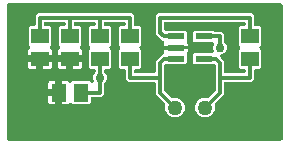
<source format=gbr>
G04 EAGLE Gerber RS-274X export*
G75*
%MOMM*%
%FSLAX34Y34*%
%LPD*%
%INTop Copper*%
%IPPOS*%
%AMOC8*
5,1,8,0,0,1.08239X$1,22.5*%
G01*
%ADD10R,1.500000X1.300000*%
%ADD11R,1.300000X1.500000*%
%ADD12C,1.270000*%
%ADD13R,1.473200X0.558800*%
%ADD14C,0.304800*%
%ADD15C,0.756400*%

G36*
X242142Y10164D02*
X242142Y10164D01*
X242168Y10162D01*
X242315Y10184D01*
X242462Y10201D01*
X242487Y10209D01*
X242513Y10213D01*
X242651Y10268D01*
X242790Y10318D01*
X242812Y10332D01*
X242837Y10342D01*
X242958Y10427D01*
X243083Y10507D01*
X243101Y10526D01*
X243123Y10541D01*
X243222Y10651D01*
X243325Y10758D01*
X243339Y10780D01*
X243356Y10800D01*
X243428Y10930D01*
X243504Y11057D01*
X243512Y11082D01*
X243525Y11105D01*
X243565Y11248D01*
X243610Y11389D01*
X243612Y11415D01*
X243620Y11440D01*
X243639Y11684D01*
X243639Y124716D01*
X243636Y124742D01*
X243638Y124768D01*
X243616Y124915D01*
X243599Y125062D01*
X243591Y125087D01*
X243587Y125113D01*
X243532Y125251D01*
X243482Y125390D01*
X243468Y125412D01*
X243458Y125437D01*
X243373Y125558D01*
X243293Y125683D01*
X243274Y125701D01*
X243259Y125723D01*
X243149Y125822D01*
X243042Y125925D01*
X243020Y125939D01*
X243000Y125956D01*
X242870Y126028D01*
X242743Y126104D01*
X242718Y126112D01*
X242695Y126125D01*
X242552Y126165D01*
X242411Y126210D01*
X242385Y126212D01*
X242360Y126220D01*
X242116Y126239D01*
X11684Y126239D01*
X11658Y126236D01*
X11632Y126238D01*
X11485Y126216D01*
X11338Y126199D01*
X11313Y126191D01*
X11287Y126187D01*
X11149Y126132D01*
X11010Y126082D01*
X10988Y126068D01*
X10963Y126058D01*
X10842Y125973D01*
X10717Y125893D01*
X10699Y125874D01*
X10677Y125859D01*
X10578Y125749D01*
X10475Y125642D01*
X10461Y125620D01*
X10444Y125600D01*
X10372Y125470D01*
X10296Y125343D01*
X10288Y125318D01*
X10275Y125295D01*
X10235Y125152D01*
X10190Y125011D01*
X10188Y124985D01*
X10180Y124960D01*
X10161Y124716D01*
X10161Y11684D01*
X10164Y11658D01*
X10162Y11632D01*
X10184Y11485D01*
X10201Y11338D01*
X10209Y11313D01*
X10213Y11287D01*
X10268Y11149D01*
X10318Y11010D01*
X10332Y10988D01*
X10342Y10963D01*
X10427Y10842D01*
X10507Y10717D01*
X10526Y10699D01*
X10541Y10677D01*
X10651Y10578D01*
X10758Y10475D01*
X10780Y10461D01*
X10800Y10444D01*
X10930Y10372D01*
X11057Y10296D01*
X11082Y10288D01*
X11105Y10275D01*
X11248Y10235D01*
X11389Y10190D01*
X11415Y10188D01*
X11440Y10180D01*
X11684Y10161D01*
X242116Y10161D01*
X242142Y10164D01*
G37*
%LPC*%
G36*
X150739Y29749D02*
X150739Y29749D01*
X147670Y31021D01*
X145321Y33370D01*
X144049Y36439D01*
X144049Y39761D01*
X144159Y40026D01*
X144180Y40100D01*
X144210Y40170D01*
X144228Y40267D01*
X144255Y40361D01*
X144259Y40438D01*
X144272Y40513D01*
X144267Y40611D01*
X144272Y40709D01*
X144258Y40785D01*
X144254Y40861D01*
X144227Y40956D01*
X144209Y41052D01*
X144179Y41122D01*
X144158Y41196D01*
X144110Y41282D01*
X144070Y41372D01*
X144025Y41433D01*
X143987Y41500D01*
X143895Y41609D01*
X143878Y41633D01*
X143873Y41637D01*
X143863Y41652D01*
X143848Y41664D01*
X143829Y41686D01*
X136175Y49340D01*
X136175Y58452D01*
X136172Y58478D01*
X136174Y58504D01*
X136152Y58651D01*
X136135Y58798D01*
X136127Y58823D01*
X136123Y58849D01*
X136068Y58987D01*
X136018Y59126D01*
X136004Y59148D01*
X135994Y59173D01*
X135909Y59294D01*
X135829Y59419D01*
X135810Y59437D01*
X135795Y59459D01*
X135685Y59558D01*
X135578Y59661D01*
X135556Y59675D01*
X135536Y59692D01*
X135406Y59764D01*
X135279Y59840D01*
X135254Y59848D01*
X135231Y59861D01*
X135088Y59901D01*
X134947Y59946D01*
X134921Y59948D01*
X134896Y59956D01*
X134652Y59975D01*
X112840Y59975D01*
X110775Y62040D01*
X110775Y69376D01*
X110772Y69402D01*
X110774Y69428D01*
X110752Y69575D01*
X110735Y69722D01*
X110727Y69747D01*
X110723Y69773D01*
X110668Y69911D01*
X110618Y70050D01*
X110604Y70072D01*
X110594Y70097D01*
X110509Y70218D01*
X110429Y70343D01*
X110410Y70361D01*
X110395Y70383D01*
X110285Y70482D01*
X110178Y70585D01*
X110156Y70599D01*
X110136Y70616D01*
X110006Y70688D01*
X109879Y70764D01*
X109854Y70772D01*
X109831Y70785D01*
X109688Y70825D01*
X109547Y70870D01*
X109521Y70872D01*
X109496Y70880D01*
X109252Y70899D01*
X105971Y70899D01*
X104799Y72071D01*
X104799Y86729D01*
X105893Y87823D01*
X105910Y87843D01*
X105930Y87860D01*
X106018Y87980D01*
X106110Y88096D01*
X106121Y88120D01*
X106137Y88141D01*
X106196Y88277D01*
X106259Y88411D01*
X106264Y88437D01*
X106275Y88461D01*
X106301Y88607D01*
X106332Y88752D01*
X106332Y88778D01*
X106337Y88804D01*
X106329Y88952D01*
X106326Y89100D01*
X106320Y89126D01*
X106319Y89152D01*
X106278Y89294D01*
X106241Y89438D01*
X106229Y89461D01*
X106222Y89487D01*
X106150Y89616D01*
X106082Y89748D01*
X106065Y89768D01*
X106052Y89791D01*
X105893Y89977D01*
X104799Y91071D01*
X104799Y105729D01*
X105971Y106901D01*
X109252Y106901D01*
X109278Y106904D01*
X109304Y106902D01*
X109451Y106924D01*
X109598Y106941D01*
X109623Y106949D01*
X109649Y106953D01*
X109787Y107008D01*
X109926Y107058D01*
X109948Y107072D01*
X109973Y107082D01*
X110094Y107167D01*
X110219Y107247D01*
X110237Y107266D01*
X110259Y107281D01*
X110358Y107391D01*
X110461Y107498D01*
X110475Y107520D01*
X110492Y107540D01*
X110564Y107670D01*
X110640Y107797D01*
X110648Y107822D01*
X110661Y107845D01*
X110701Y107988D01*
X110746Y108129D01*
X110748Y108155D01*
X110756Y108180D01*
X110775Y108424D01*
X110775Y109252D01*
X110772Y109278D01*
X110774Y109304D01*
X110752Y109451D01*
X110735Y109598D01*
X110727Y109623D01*
X110723Y109649D01*
X110668Y109787D01*
X110618Y109926D01*
X110604Y109948D01*
X110594Y109973D01*
X110509Y110094D01*
X110429Y110219D01*
X110410Y110237D01*
X110395Y110259D01*
X110285Y110358D01*
X110178Y110461D01*
X110156Y110475D01*
X110136Y110492D01*
X110006Y110564D01*
X109879Y110640D01*
X109854Y110648D01*
X109831Y110661D01*
X109688Y110701D01*
X109547Y110746D01*
X109521Y110748D01*
X109496Y110756D01*
X109252Y110775D01*
X93948Y110775D01*
X93922Y110772D01*
X93896Y110774D01*
X93749Y110752D01*
X93602Y110735D01*
X93577Y110727D01*
X93551Y110723D01*
X93413Y110668D01*
X93274Y110618D01*
X93252Y110604D01*
X93227Y110594D01*
X93106Y110509D01*
X92981Y110429D01*
X92963Y110410D01*
X92941Y110395D01*
X92842Y110285D01*
X92739Y110178D01*
X92725Y110156D01*
X92708Y110136D01*
X92636Y110006D01*
X92560Y109879D01*
X92552Y109854D01*
X92539Y109831D01*
X92499Y109688D01*
X92454Y109547D01*
X92452Y109521D01*
X92444Y109496D01*
X92425Y109252D01*
X92425Y108424D01*
X92428Y108398D01*
X92426Y108372D01*
X92448Y108225D01*
X92465Y108078D01*
X92473Y108053D01*
X92477Y108027D01*
X92532Y107889D01*
X92582Y107750D01*
X92596Y107728D01*
X92606Y107703D01*
X92691Y107582D01*
X92771Y107457D01*
X92790Y107439D01*
X92805Y107417D01*
X92915Y107318D01*
X93022Y107215D01*
X93044Y107201D01*
X93064Y107184D01*
X93194Y107112D01*
X93321Y107036D01*
X93346Y107028D01*
X93369Y107015D01*
X93512Y106975D01*
X93653Y106930D01*
X93679Y106928D01*
X93704Y106920D01*
X93948Y106901D01*
X97229Y106901D01*
X98401Y105729D01*
X98401Y91071D01*
X97307Y89977D01*
X97290Y89957D01*
X97270Y89940D01*
X97182Y89820D01*
X97090Y89704D01*
X97079Y89680D01*
X97063Y89659D01*
X97004Y89523D01*
X96941Y89389D01*
X96936Y89363D01*
X96925Y89339D01*
X96899Y89193D01*
X96868Y89048D01*
X96868Y89022D01*
X96863Y88996D01*
X96871Y88848D01*
X96874Y88700D01*
X96880Y88674D01*
X96881Y88648D01*
X96922Y88506D01*
X96959Y88362D01*
X96971Y88339D01*
X96978Y88313D01*
X97050Y88184D01*
X97118Y88052D01*
X97135Y88032D01*
X97148Y88009D01*
X97307Y87823D01*
X98401Y86729D01*
X98401Y72071D01*
X97229Y70899D01*
X93948Y70899D01*
X93922Y70896D01*
X93896Y70898D01*
X93749Y70876D01*
X93602Y70859D01*
X93577Y70851D01*
X93551Y70847D01*
X93413Y70792D01*
X93274Y70742D01*
X93252Y70728D01*
X93227Y70718D01*
X93106Y70633D01*
X92981Y70553D01*
X92963Y70534D01*
X92941Y70519D01*
X92842Y70409D01*
X92739Y70302D01*
X92725Y70280D01*
X92708Y70260D01*
X92636Y70130D01*
X92560Y70003D01*
X92552Y69978D01*
X92539Y69955D01*
X92499Y69812D01*
X92454Y69671D01*
X92452Y69645D01*
X92444Y69620D01*
X92425Y69376D01*
X92425Y68784D01*
X92439Y68659D01*
X92446Y68532D01*
X92459Y68486D01*
X92465Y68438D01*
X92507Y68319D01*
X92542Y68198D01*
X92566Y68155D01*
X92582Y68110D01*
X92651Y68004D01*
X92712Y67893D01*
X92752Y67847D01*
X92771Y67817D01*
X92806Y67784D01*
X92871Y67707D01*
X93802Y66776D01*
X94683Y64650D01*
X94683Y62350D01*
X93802Y60224D01*
X92871Y59293D01*
X92792Y59194D01*
X92708Y59100D01*
X92684Y59058D01*
X92654Y59020D01*
X92600Y58906D01*
X92539Y58795D01*
X92526Y58748D01*
X92505Y58705D01*
X92479Y58581D01*
X92444Y58460D01*
X92439Y58399D01*
X92432Y58364D01*
X92433Y58316D01*
X92425Y58216D01*
X92425Y49340D01*
X90360Y47275D01*
X83024Y47275D01*
X82998Y47272D01*
X82972Y47274D01*
X82825Y47252D01*
X82678Y47235D01*
X82653Y47227D01*
X82627Y47223D01*
X82489Y47168D01*
X82350Y47118D01*
X82328Y47104D01*
X82303Y47094D01*
X82182Y47009D01*
X82057Y46929D01*
X82039Y46910D01*
X82017Y46895D01*
X81918Y46785D01*
X81815Y46678D01*
X81801Y46656D01*
X81784Y46636D01*
X81712Y46506D01*
X81636Y46379D01*
X81628Y46354D01*
X81615Y46331D01*
X81575Y46188D01*
X81530Y46047D01*
X81528Y46021D01*
X81520Y45996D01*
X81501Y45752D01*
X81501Y42471D01*
X80329Y41299D01*
X65671Y41299D01*
X64924Y42046D01*
X64884Y42078D01*
X64850Y42116D01*
X64748Y42186D01*
X64651Y42263D01*
X64605Y42285D01*
X64563Y42314D01*
X64448Y42359D01*
X64336Y42412D01*
X64286Y42423D01*
X64239Y42441D01*
X64116Y42459D01*
X63995Y42485D01*
X63944Y42484D01*
X63894Y42492D01*
X63770Y42481D01*
X63647Y42479D01*
X63597Y42467D01*
X63547Y42463D01*
X63429Y42424D01*
X63309Y42394D01*
X63264Y42371D01*
X63215Y42355D01*
X63109Y42291D01*
X62999Y42235D01*
X62960Y42202D01*
X62917Y42175D01*
X62828Y42089D01*
X62734Y42009D01*
X62703Y41968D01*
X62667Y41932D01*
X62536Y41743D01*
X62060Y41267D01*
X61481Y40932D01*
X60835Y40759D01*
X57047Y40759D01*
X57047Y49276D01*
X57044Y49302D01*
X57046Y49328D01*
X57024Y49475D01*
X57007Y49622D01*
X56998Y49647D01*
X56995Y49673D01*
X56940Y49811D01*
X56890Y49950D01*
X56876Y49972D01*
X56866Y49997D01*
X56781Y50118D01*
X56701Y50243D01*
X56682Y50261D01*
X56667Y50283D01*
X56557Y50382D01*
X56450Y50485D01*
X56428Y50499D01*
X56408Y50516D01*
X56278Y50588D01*
X56151Y50664D01*
X56126Y50672D01*
X56103Y50685D01*
X55960Y50725D01*
X55819Y50770D01*
X55793Y50772D01*
X55768Y50780D01*
X55524Y50799D01*
X53999Y50799D01*
X53999Y50801D01*
X55524Y50801D01*
X55550Y50804D01*
X55576Y50802D01*
X55723Y50824D01*
X55870Y50841D01*
X55895Y50850D01*
X55921Y50853D01*
X56059Y50908D01*
X56198Y50958D01*
X56220Y50972D01*
X56245Y50982D01*
X56366Y51067D01*
X56491Y51147D01*
X56509Y51166D01*
X56531Y51181D01*
X56630Y51291D01*
X56733Y51398D01*
X56747Y51420D01*
X56764Y51440D01*
X56836Y51570D01*
X56912Y51697D01*
X56920Y51722D01*
X56933Y51745D01*
X56973Y51888D01*
X57018Y52029D01*
X57020Y52055D01*
X57028Y52080D01*
X57047Y52324D01*
X57047Y60841D01*
X60835Y60841D01*
X61481Y60668D01*
X62060Y60333D01*
X62539Y59854D01*
X62558Y59828D01*
X62582Y59783D01*
X62662Y59689D01*
X62736Y59589D01*
X62774Y59556D01*
X62808Y59517D01*
X62907Y59444D01*
X63001Y59364D01*
X63047Y59340D01*
X63088Y59310D01*
X63201Y59261D01*
X63311Y59205D01*
X63361Y59192D01*
X63408Y59172D01*
X63529Y59150D01*
X63650Y59120D01*
X63701Y59120D01*
X63751Y59110D01*
X63874Y59117D01*
X63998Y59115D01*
X64048Y59126D01*
X64099Y59128D01*
X64218Y59163D01*
X64339Y59189D01*
X64385Y59211D01*
X64434Y59225D01*
X64542Y59285D01*
X64653Y59338D01*
X64693Y59370D01*
X64738Y59395D01*
X64924Y59554D01*
X65671Y60301D01*
X80329Y60301D01*
X81123Y59506D01*
X81163Y59475D01*
X81196Y59438D01*
X81298Y59367D01*
X81396Y59290D01*
X81441Y59268D01*
X81483Y59240D01*
X81599Y59194D01*
X81711Y59141D01*
X81760Y59130D01*
X81807Y59112D01*
X81930Y59094D01*
X82052Y59068D01*
X82102Y59068D01*
X82152Y59061D01*
X82276Y59071D01*
X82400Y59074D01*
X82449Y59086D01*
X82499Y59090D01*
X82618Y59128D01*
X82738Y59159D01*
X82783Y59182D01*
X82831Y59197D01*
X82938Y59261D01*
X83048Y59318D01*
X83086Y59351D01*
X83130Y59377D01*
X83219Y59463D01*
X83313Y59544D01*
X83343Y59584D01*
X83380Y59620D01*
X83447Y59724D01*
X83521Y59824D01*
X83541Y59871D01*
X83568Y59913D01*
X83609Y60030D01*
X83659Y60144D01*
X83668Y60194D01*
X83684Y60241D01*
X83698Y60365D01*
X83720Y60487D01*
X83718Y60538D01*
X83723Y60588D01*
X83709Y60711D01*
X83702Y60835D01*
X83688Y60884D01*
X83683Y60934D01*
X83607Y61166D01*
X83117Y62350D01*
X83117Y64650D01*
X83998Y66776D01*
X84929Y67707D01*
X85008Y67806D01*
X85092Y67900D01*
X85116Y67942D01*
X85146Y67980D01*
X85200Y68094D01*
X85261Y68205D01*
X85274Y68252D01*
X85295Y68295D01*
X85321Y68419D01*
X85356Y68540D01*
X85361Y68601D01*
X85368Y68636D01*
X85367Y68684D01*
X85375Y68784D01*
X85375Y69376D01*
X85372Y69402D01*
X85374Y69428D01*
X85352Y69575D01*
X85335Y69722D01*
X85327Y69747D01*
X85323Y69773D01*
X85268Y69911D01*
X85218Y70050D01*
X85204Y70072D01*
X85194Y70097D01*
X85109Y70218D01*
X85029Y70343D01*
X85010Y70361D01*
X84995Y70383D01*
X84885Y70482D01*
X84778Y70585D01*
X84756Y70599D01*
X84736Y70616D01*
X84606Y70688D01*
X84479Y70764D01*
X84454Y70772D01*
X84431Y70785D01*
X84288Y70825D01*
X84147Y70870D01*
X84121Y70872D01*
X84096Y70880D01*
X83852Y70899D01*
X80571Y70899D01*
X79399Y72071D01*
X79399Y86729D01*
X80493Y87823D01*
X80510Y87843D01*
X80530Y87860D01*
X80618Y87980D01*
X80710Y88096D01*
X80721Y88120D01*
X80737Y88141D01*
X80796Y88277D01*
X80859Y88411D01*
X80864Y88437D01*
X80875Y88461D01*
X80901Y88607D01*
X80932Y88752D01*
X80932Y88778D01*
X80937Y88804D01*
X80929Y88952D01*
X80926Y89100D01*
X80920Y89126D01*
X80919Y89152D01*
X80878Y89294D01*
X80841Y89438D01*
X80829Y89461D01*
X80822Y89487D01*
X80750Y89616D01*
X80682Y89748D01*
X80665Y89768D01*
X80652Y89791D01*
X80493Y89977D01*
X79399Y91071D01*
X79399Y105729D01*
X80571Y106901D01*
X83852Y106901D01*
X83878Y106904D01*
X83904Y106902D01*
X84051Y106924D01*
X84198Y106941D01*
X84223Y106949D01*
X84249Y106953D01*
X84387Y107008D01*
X84526Y107058D01*
X84548Y107072D01*
X84573Y107082D01*
X84694Y107167D01*
X84819Y107247D01*
X84837Y107266D01*
X84859Y107281D01*
X84958Y107391D01*
X85061Y107498D01*
X85075Y107520D01*
X85092Y107540D01*
X85164Y107670D01*
X85240Y107797D01*
X85248Y107822D01*
X85261Y107845D01*
X85301Y107988D01*
X85346Y108129D01*
X85348Y108155D01*
X85356Y108180D01*
X85375Y108424D01*
X85375Y109252D01*
X85372Y109278D01*
X85374Y109304D01*
X85352Y109451D01*
X85335Y109598D01*
X85327Y109623D01*
X85323Y109649D01*
X85268Y109787D01*
X85218Y109926D01*
X85204Y109948D01*
X85194Y109973D01*
X85109Y110094D01*
X85029Y110219D01*
X85010Y110237D01*
X84995Y110259D01*
X84885Y110358D01*
X84778Y110461D01*
X84756Y110475D01*
X84736Y110492D01*
X84606Y110564D01*
X84479Y110640D01*
X84454Y110648D01*
X84431Y110661D01*
X84288Y110701D01*
X84147Y110746D01*
X84121Y110748D01*
X84096Y110756D01*
X83852Y110775D01*
X68548Y110775D01*
X68522Y110772D01*
X68496Y110774D01*
X68349Y110752D01*
X68202Y110735D01*
X68177Y110727D01*
X68151Y110723D01*
X68013Y110668D01*
X67874Y110618D01*
X67852Y110604D01*
X67827Y110594D01*
X67706Y110509D01*
X67581Y110429D01*
X67563Y110410D01*
X67541Y110395D01*
X67442Y110285D01*
X67339Y110178D01*
X67325Y110156D01*
X67308Y110136D01*
X67236Y110006D01*
X67160Y109879D01*
X67152Y109854D01*
X67139Y109831D01*
X67099Y109688D01*
X67054Y109547D01*
X67052Y109521D01*
X67044Y109496D01*
X67025Y109252D01*
X67025Y108424D01*
X67028Y108398D01*
X67026Y108372D01*
X67048Y108225D01*
X67065Y108078D01*
X67073Y108053D01*
X67077Y108027D01*
X67132Y107889D01*
X67182Y107750D01*
X67196Y107728D01*
X67206Y107703D01*
X67291Y107582D01*
X67371Y107457D01*
X67390Y107439D01*
X67405Y107417D01*
X67515Y107318D01*
X67622Y107215D01*
X67644Y107201D01*
X67664Y107184D01*
X67794Y107112D01*
X67921Y107036D01*
X67946Y107028D01*
X67969Y107015D01*
X68112Y106975D01*
X68253Y106930D01*
X68279Y106928D01*
X68304Y106920D01*
X68548Y106901D01*
X71829Y106901D01*
X73001Y105729D01*
X73001Y91071D01*
X72254Y90324D01*
X72222Y90284D01*
X72184Y90250D01*
X72114Y90148D01*
X72037Y90051D01*
X72015Y90005D01*
X71986Y89963D01*
X71941Y89848D01*
X71888Y89736D01*
X71877Y89686D01*
X71859Y89639D01*
X71841Y89516D01*
X71815Y89395D01*
X71816Y89344D01*
X71808Y89294D01*
X71819Y89170D01*
X71821Y89047D01*
X71833Y88997D01*
X71837Y88947D01*
X71876Y88829D01*
X71906Y88709D01*
X71929Y88664D01*
X71945Y88615D01*
X72009Y88509D01*
X72065Y88399D01*
X72098Y88360D01*
X72125Y88317D01*
X72211Y88228D01*
X72291Y88134D01*
X72332Y88103D01*
X72368Y88067D01*
X72557Y87936D01*
X73033Y87460D01*
X73368Y86881D01*
X73541Y86235D01*
X73541Y82447D01*
X65024Y82447D01*
X64998Y82444D01*
X64972Y82446D01*
X64825Y82424D01*
X64678Y82407D01*
X64653Y82398D01*
X64627Y82395D01*
X64489Y82340D01*
X64350Y82290D01*
X64328Y82276D01*
X64303Y82266D01*
X64182Y82181D01*
X64057Y82101D01*
X64039Y82082D01*
X64017Y82067D01*
X63918Y81957D01*
X63815Y81850D01*
X63801Y81828D01*
X63784Y81808D01*
X63712Y81678D01*
X63636Y81551D01*
X63628Y81526D01*
X63615Y81503D01*
X63575Y81360D01*
X63530Y81219D01*
X63528Y81193D01*
X63520Y81168D01*
X63501Y80924D01*
X63501Y79399D01*
X63499Y79399D01*
X63499Y80924D01*
X63496Y80950D01*
X63498Y80976D01*
X63476Y81123D01*
X63459Y81270D01*
X63450Y81295D01*
X63447Y81321D01*
X63392Y81458D01*
X63342Y81598D01*
X63328Y81620D01*
X63318Y81645D01*
X63233Y81766D01*
X63153Y81891D01*
X63134Y81909D01*
X63119Y81931D01*
X63009Y82030D01*
X62902Y82133D01*
X62880Y82147D01*
X62860Y82164D01*
X62730Y82236D01*
X62603Y82312D01*
X62578Y82320D01*
X62555Y82333D01*
X62412Y82373D01*
X62271Y82418D01*
X62245Y82420D01*
X62220Y82428D01*
X61976Y82447D01*
X53459Y82447D01*
X53459Y86235D01*
X53632Y86881D01*
X53967Y87460D01*
X54446Y87939D01*
X54472Y87958D01*
X54517Y87982D01*
X54611Y88062D01*
X54711Y88136D01*
X54744Y88174D01*
X54783Y88208D01*
X54856Y88307D01*
X54936Y88401D01*
X54960Y88447D01*
X54990Y88488D01*
X55039Y88601D01*
X55095Y88711D01*
X55108Y88761D01*
X55128Y88808D01*
X55150Y88929D01*
X55180Y89050D01*
X55180Y89101D01*
X55190Y89151D01*
X55183Y89274D01*
X55185Y89398D01*
X55174Y89448D01*
X55172Y89499D01*
X55137Y89618D01*
X55111Y89739D01*
X55089Y89785D01*
X55075Y89834D01*
X55015Y89942D01*
X54962Y90053D01*
X54930Y90093D01*
X54905Y90138D01*
X54746Y90324D01*
X53999Y91071D01*
X53999Y105729D01*
X55171Y106901D01*
X58452Y106901D01*
X58478Y106904D01*
X58504Y106902D01*
X58651Y106924D01*
X58798Y106941D01*
X58823Y106949D01*
X58849Y106953D01*
X58987Y107008D01*
X59126Y107058D01*
X59148Y107072D01*
X59173Y107082D01*
X59294Y107167D01*
X59419Y107247D01*
X59437Y107266D01*
X59459Y107281D01*
X59558Y107391D01*
X59661Y107498D01*
X59675Y107520D01*
X59692Y107540D01*
X59764Y107670D01*
X59840Y107797D01*
X59848Y107822D01*
X59861Y107845D01*
X59901Y107988D01*
X59946Y108129D01*
X59948Y108155D01*
X59956Y108180D01*
X59975Y108424D01*
X59975Y109252D01*
X59972Y109278D01*
X59974Y109304D01*
X59952Y109451D01*
X59935Y109598D01*
X59927Y109623D01*
X59923Y109649D01*
X59868Y109787D01*
X59818Y109926D01*
X59804Y109948D01*
X59794Y109973D01*
X59709Y110094D01*
X59629Y110219D01*
X59610Y110237D01*
X59595Y110259D01*
X59485Y110358D01*
X59378Y110461D01*
X59356Y110475D01*
X59336Y110492D01*
X59206Y110564D01*
X59079Y110640D01*
X59054Y110648D01*
X59031Y110661D01*
X58888Y110701D01*
X58747Y110746D01*
X58721Y110748D01*
X58696Y110756D01*
X58452Y110775D01*
X43148Y110775D01*
X43122Y110772D01*
X43096Y110774D01*
X42949Y110752D01*
X42802Y110735D01*
X42777Y110727D01*
X42751Y110723D01*
X42613Y110668D01*
X42474Y110618D01*
X42452Y110604D01*
X42427Y110594D01*
X42306Y110509D01*
X42181Y110429D01*
X42163Y110410D01*
X42141Y110395D01*
X42042Y110285D01*
X41939Y110178D01*
X41925Y110156D01*
X41908Y110136D01*
X41836Y110006D01*
X41760Y109879D01*
X41752Y109854D01*
X41739Y109831D01*
X41699Y109688D01*
X41654Y109547D01*
X41652Y109521D01*
X41644Y109496D01*
X41625Y109252D01*
X41625Y108424D01*
X41628Y108398D01*
X41626Y108372D01*
X41648Y108225D01*
X41665Y108078D01*
X41673Y108053D01*
X41677Y108027D01*
X41732Y107889D01*
X41782Y107750D01*
X41796Y107728D01*
X41806Y107703D01*
X41891Y107582D01*
X41971Y107457D01*
X41990Y107439D01*
X42005Y107417D01*
X42115Y107318D01*
X42222Y107215D01*
X42244Y107201D01*
X42264Y107184D01*
X42394Y107112D01*
X42521Y107036D01*
X42546Y107028D01*
X42569Y107015D01*
X42712Y106975D01*
X42853Y106930D01*
X42879Y106928D01*
X42904Y106920D01*
X43148Y106901D01*
X46429Y106901D01*
X47601Y105729D01*
X47601Y91071D01*
X46854Y90324D01*
X46822Y90284D01*
X46784Y90250D01*
X46714Y90148D01*
X46637Y90051D01*
X46615Y90005D01*
X46586Y89963D01*
X46541Y89848D01*
X46488Y89736D01*
X46477Y89686D01*
X46459Y89639D01*
X46441Y89516D01*
X46415Y89395D01*
X46416Y89344D01*
X46408Y89294D01*
X46419Y89170D01*
X46421Y89047D01*
X46433Y88997D01*
X46437Y88947D01*
X46476Y88829D01*
X46506Y88709D01*
X46529Y88664D01*
X46545Y88615D01*
X46609Y88509D01*
X46665Y88399D01*
X46698Y88360D01*
X46725Y88317D01*
X46811Y88228D01*
X46891Y88134D01*
X46932Y88103D01*
X46968Y88067D01*
X47157Y87936D01*
X47633Y87460D01*
X47968Y86881D01*
X48141Y86235D01*
X48141Y82447D01*
X39624Y82447D01*
X39598Y82444D01*
X39572Y82446D01*
X39425Y82424D01*
X39278Y82407D01*
X39253Y82398D01*
X39227Y82395D01*
X39089Y82340D01*
X38950Y82290D01*
X38928Y82276D01*
X38903Y82266D01*
X38782Y82181D01*
X38657Y82101D01*
X38639Y82082D01*
X38617Y82067D01*
X38518Y81957D01*
X38415Y81850D01*
X38401Y81828D01*
X38384Y81808D01*
X38312Y81678D01*
X38236Y81551D01*
X38228Y81526D01*
X38215Y81503D01*
X38175Y81360D01*
X38130Y81219D01*
X38128Y81193D01*
X38120Y81168D01*
X38101Y80924D01*
X38101Y79399D01*
X38099Y79399D01*
X38099Y80924D01*
X38096Y80950D01*
X38098Y80976D01*
X38076Y81123D01*
X38059Y81270D01*
X38050Y81295D01*
X38047Y81321D01*
X37992Y81458D01*
X37942Y81598D01*
X37928Y81620D01*
X37918Y81645D01*
X37833Y81766D01*
X37753Y81891D01*
X37734Y81909D01*
X37719Y81931D01*
X37609Y82030D01*
X37502Y82133D01*
X37480Y82147D01*
X37460Y82164D01*
X37330Y82236D01*
X37203Y82312D01*
X37178Y82320D01*
X37155Y82333D01*
X37012Y82373D01*
X36871Y82418D01*
X36845Y82420D01*
X36820Y82428D01*
X36576Y82447D01*
X28059Y82447D01*
X28059Y86235D01*
X28232Y86881D01*
X28567Y87460D01*
X29046Y87939D01*
X29072Y87958D01*
X29117Y87982D01*
X29211Y88062D01*
X29311Y88136D01*
X29344Y88174D01*
X29383Y88208D01*
X29456Y88307D01*
X29536Y88401D01*
X29560Y88447D01*
X29590Y88488D01*
X29639Y88601D01*
X29695Y88711D01*
X29708Y88761D01*
X29728Y88808D01*
X29750Y88929D01*
X29780Y89050D01*
X29780Y89101D01*
X29790Y89151D01*
X29783Y89274D01*
X29785Y89398D01*
X29774Y89448D01*
X29772Y89499D01*
X29737Y89618D01*
X29711Y89739D01*
X29689Y89785D01*
X29675Y89834D01*
X29615Y89942D01*
X29562Y90053D01*
X29530Y90093D01*
X29505Y90138D01*
X29346Y90324D01*
X28599Y91071D01*
X28599Y105729D01*
X29771Y106901D01*
X33052Y106901D01*
X33078Y106904D01*
X33104Y106902D01*
X33251Y106924D01*
X33398Y106941D01*
X33423Y106949D01*
X33449Y106953D01*
X33587Y107008D01*
X33726Y107058D01*
X33748Y107072D01*
X33773Y107082D01*
X33894Y107167D01*
X34019Y107247D01*
X34037Y107266D01*
X34059Y107281D01*
X34158Y107391D01*
X34261Y107498D01*
X34275Y107520D01*
X34292Y107540D01*
X34364Y107670D01*
X34440Y107797D01*
X34448Y107822D01*
X34461Y107845D01*
X34501Y107988D01*
X34546Y108129D01*
X34548Y108155D01*
X34556Y108180D01*
X34575Y108424D01*
X34575Y115760D01*
X36640Y117825D01*
X115760Y117825D01*
X117825Y115760D01*
X117825Y108424D01*
X117828Y108398D01*
X117826Y108372D01*
X117848Y108225D01*
X117865Y108078D01*
X117873Y108053D01*
X117877Y108027D01*
X117932Y107889D01*
X117982Y107750D01*
X117996Y107728D01*
X118006Y107703D01*
X118091Y107582D01*
X118171Y107457D01*
X118190Y107439D01*
X118205Y107417D01*
X118315Y107318D01*
X118422Y107215D01*
X118444Y107201D01*
X118464Y107184D01*
X118594Y107112D01*
X118721Y107036D01*
X118746Y107028D01*
X118769Y107015D01*
X118912Y106975D01*
X119053Y106930D01*
X119079Y106928D01*
X119104Y106920D01*
X119348Y106901D01*
X122629Y106901D01*
X123801Y105729D01*
X123801Y91071D01*
X122707Y89977D01*
X122690Y89957D01*
X122670Y89940D01*
X122582Y89820D01*
X122490Y89704D01*
X122479Y89680D01*
X122463Y89659D01*
X122404Y89523D01*
X122341Y89389D01*
X122336Y89363D01*
X122325Y89339D01*
X122299Y89193D01*
X122268Y89048D01*
X122268Y89022D01*
X122263Y88996D01*
X122271Y88848D01*
X122274Y88700D01*
X122280Y88674D01*
X122281Y88648D01*
X122322Y88506D01*
X122359Y88362D01*
X122371Y88339D01*
X122378Y88313D01*
X122450Y88184D01*
X122518Y88052D01*
X122535Y88032D01*
X122548Y88009D01*
X122707Y87823D01*
X123801Y86729D01*
X123801Y72071D01*
X122629Y70899D01*
X119348Y70899D01*
X119322Y70896D01*
X119296Y70898D01*
X119149Y70876D01*
X119002Y70859D01*
X118977Y70851D01*
X118951Y70847D01*
X118813Y70792D01*
X118674Y70742D01*
X118652Y70728D01*
X118627Y70718D01*
X118506Y70633D01*
X118381Y70553D01*
X118363Y70534D01*
X118341Y70519D01*
X118242Y70409D01*
X118139Y70302D01*
X118125Y70280D01*
X118108Y70260D01*
X118036Y70130D01*
X117960Y70003D01*
X117952Y69978D01*
X117939Y69955D01*
X117899Y69812D01*
X117854Y69671D01*
X117852Y69645D01*
X117844Y69620D01*
X117825Y69376D01*
X117825Y68548D01*
X117828Y68522D01*
X117826Y68496D01*
X117848Y68349D01*
X117865Y68202D01*
X117873Y68177D01*
X117877Y68151D01*
X117932Y68013D01*
X117982Y67874D01*
X117996Y67852D01*
X118006Y67827D01*
X118091Y67706D01*
X118171Y67581D01*
X118190Y67563D01*
X118205Y67541D01*
X118315Y67442D01*
X118422Y67339D01*
X118444Y67325D01*
X118464Y67308D01*
X118594Y67236D01*
X118721Y67160D01*
X118746Y67152D01*
X118769Y67139D01*
X118912Y67099D01*
X119053Y67054D01*
X119079Y67052D01*
X119104Y67044D01*
X119348Y67025D01*
X134652Y67025D01*
X134678Y67028D01*
X134704Y67026D01*
X134851Y67048D01*
X134998Y67065D01*
X135023Y67073D01*
X135049Y67077D01*
X135187Y67132D01*
X135326Y67182D01*
X135348Y67196D01*
X135373Y67206D01*
X135494Y67291D01*
X135619Y67371D01*
X135637Y67390D01*
X135659Y67405D01*
X135758Y67515D01*
X135861Y67622D01*
X135875Y67644D01*
X135892Y67664D01*
X135964Y67794D01*
X136040Y67921D01*
X136048Y67946D01*
X136061Y67969D01*
X136101Y68112D01*
X136146Y68253D01*
X136148Y68279D01*
X136156Y68304D01*
X136175Y68548D01*
X136175Y77660D01*
X141542Y83027D01*
X142006Y83027D01*
X142056Y83033D01*
X142107Y83030D01*
X142229Y83052D01*
X142352Y83067D01*
X142400Y83084D01*
X142450Y83093D01*
X142563Y83142D01*
X142680Y83184D01*
X142723Y83212D01*
X142770Y83232D01*
X142869Y83306D01*
X142973Y83373D01*
X143008Y83410D01*
X143049Y83440D01*
X143129Y83535D01*
X143215Y83624D01*
X143241Y83668D01*
X143274Y83707D01*
X143330Y83817D01*
X143394Y83923D01*
X143409Y83971D01*
X143433Y84017D01*
X143462Y84137D01*
X143500Y84255D01*
X143504Y84306D01*
X143516Y84355D01*
X143518Y84479D01*
X143528Y84602D01*
X143520Y84653D01*
X143521Y84704D01*
X143477Y84944D01*
X143255Y85771D01*
X143255Y87377D01*
X153162Y87377D01*
X163069Y87377D01*
X163069Y85771D01*
X162896Y85125D01*
X162613Y84637D01*
X162613Y84635D01*
X162612Y84634D01*
X162544Y84476D01*
X162475Y84317D01*
X162475Y84316D01*
X162474Y84314D01*
X162443Y84143D01*
X162413Y83974D01*
X162413Y83973D01*
X162412Y83971D01*
X162421Y83800D01*
X162430Y83626D01*
X162430Y83625D01*
X162430Y83623D01*
X162479Y83455D01*
X162526Y83291D01*
X162526Y83290D01*
X162527Y83288D01*
X162529Y83285D01*
X162529Y75879D01*
X161357Y74707D01*
X144748Y74707D01*
X144722Y74704D01*
X144696Y74706D01*
X144549Y74684D01*
X144402Y74667D01*
X144377Y74659D01*
X144351Y74655D01*
X144213Y74600D01*
X144074Y74550D01*
X144052Y74536D01*
X144027Y74526D01*
X143906Y74441D01*
X143781Y74361D01*
X143763Y74342D01*
X143741Y74327D01*
X143642Y74217D01*
X143539Y74110D01*
X143525Y74088D01*
X143508Y74068D01*
X143436Y73938D01*
X143360Y73811D01*
X143352Y73786D01*
X143339Y73763D01*
X143299Y73620D01*
X143254Y73479D01*
X143252Y73453D01*
X143244Y73428D01*
X143225Y73184D01*
X143225Y52891D01*
X143239Y52765D01*
X143246Y52639D01*
X143259Y52593D01*
X143265Y52545D01*
X143307Y52426D01*
X143342Y52304D01*
X143366Y52262D01*
X143382Y52217D01*
X143451Y52110D01*
X143512Y52000D01*
X143552Y51954D01*
X143571Y51924D01*
X143606Y51890D01*
X143671Y51814D01*
X148814Y46671D01*
X148873Y46624D01*
X148927Y46569D01*
X149010Y46515D01*
X149087Y46454D01*
X149156Y46422D01*
X149220Y46380D01*
X149313Y46348D01*
X149402Y46306D01*
X149477Y46289D01*
X149549Y46264D01*
X149646Y46253D01*
X149742Y46232D01*
X149819Y46233D01*
X149895Y46225D01*
X149993Y46236D01*
X150091Y46238D01*
X150165Y46257D01*
X150241Y46266D01*
X150383Y46312D01*
X150429Y46323D01*
X150446Y46332D01*
X150474Y46341D01*
X150739Y46451D01*
X154061Y46451D01*
X157130Y45179D01*
X159479Y42830D01*
X160751Y39761D01*
X160751Y36439D01*
X159479Y33370D01*
X157130Y31021D01*
X154061Y29749D01*
X150739Y29749D01*
G37*
%LPD*%
%LPC*%
G36*
X176139Y29749D02*
X176139Y29749D01*
X173070Y31021D01*
X170721Y33370D01*
X169449Y36439D01*
X169449Y39761D01*
X170721Y42830D01*
X173070Y45179D01*
X176139Y46451D01*
X179461Y46451D01*
X179726Y46341D01*
X179800Y46320D01*
X179870Y46290D01*
X179967Y46272D01*
X180061Y46245D01*
X180138Y46241D01*
X180213Y46228D01*
X180311Y46233D01*
X180409Y46228D01*
X180485Y46242D01*
X180561Y46246D01*
X180656Y46273D01*
X180752Y46291D01*
X180822Y46321D01*
X180896Y46342D01*
X180982Y46391D01*
X181072Y46430D01*
X181133Y46475D01*
X181200Y46513D01*
X181314Y46609D01*
X181352Y46637D01*
X181364Y46652D01*
X181386Y46671D01*
X186529Y51814D01*
X186608Y51913D01*
X186692Y52007D01*
X186716Y52049D01*
X186746Y52087D01*
X186800Y52201D01*
X186861Y52312D01*
X186874Y52358D01*
X186895Y52402D01*
X186921Y52525D01*
X186956Y52647D01*
X186961Y52708D01*
X186968Y52743D01*
X186967Y52791D01*
X186975Y52891D01*
X186975Y73184D01*
X186972Y73210D01*
X186974Y73236D01*
X186952Y73383D01*
X186935Y73530D01*
X186927Y73555D01*
X186923Y73581D01*
X186868Y73719D01*
X186818Y73858D01*
X186804Y73880D01*
X186794Y73905D01*
X186709Y74026D01*
X186629Y74151D01*
X186610Y74169D01*
X186595Y74191D01*
X186485Y74290D01*
X186378Y74393D01*
X186356Y74407D01*
X186336Y74424D01*
X186206Y74496D01*
X186079Y74572D01*
X186054Y74580D01*
X186031Y74593D01*
X185888Y74633D01*
X185747Y74678D01*
X185721Y74680D01*
X185696Y74688D01*
X185452Y74707D01*
X168843Y74707D01*
X167671Y75879D01*
X167671Y83125D01*
X168843Y84297D01*
X183868Y84297D01*
X184017Y84314D01*
X184167Y84326D01*
X184190Y84334D01*
X184214Y84337D01*
X184355Y84387D01*
X184499Y84433D01*
X184519Y84446D01*
X184542Y84454D01*
X184668Y84536D01*
X184797Y84613D01*
X184815Y84630D01*
X184835Y84643D01*
X184939Y84751D01*
X185047Y84856D01*
X185060Y84876D01*
X185077Y84894D01*
X185154Y85023D01*
X185236Y85149D01*
X185244Y85172D01*
X185256Y85193D01*
X185302Y85336D01*
X185352Y85478D01*
X185355Y85502D01*
X185362Y85525D01*
X185374Y85674D01*
X185391Y85824D01*
X185388Y85848D01*
X185390Y85872D01*
X185368Y86021D01*
X185350Y86170D01*
X185341Y86198D01*
X185339Y86217D01*
X185321Y86261D01*
X185275Y86403D01*
X184717Y87750D01*
X184717Y90050D01*
X185275Y91397D01*
X185316Y91542D01*
X185362Y91685D01*
X185364Y91709D01*
X185371Y91732D01*
X185378Y91883D01*
X185390Y92032D01*
X185387Y92056D01*
X185388Y92080D01*
X185361Y92228D01*
X185339Y92377D01*
X185330Y92399D01*
X185325Y92423D01*
X185265Y92561D01*
X185210Y92701D01*
X185196Y92721D01*
X185186Y92743D01*
X185097Y92864D01*
X185011Y92987D01*
X184993Y93003D01*
X184978Y93023D01*
X184864Y93120D01*
X184752Y93220D01*
X184731Y93232D01*
X184712Y93248D01*
X184579Y93316D01*
X184447Y93389D01*
X184424Y93395D01*
X184402Y93406D01*
X184257Y93443D01*
X184112Y93484D01*
X184082Y93486D01*
X184064Y93491D01*
X184017Y93491D01*
X183868Y93503D01*
X168843Y93503D01*
X167671Y94675D01*
X167671Y101921D01*
X168843Y103093D01*
X185233Y103093D01*
X186057Y102269D01*
X186156Y102190D01*
X186249Y102106D01*
X186292Y102082D01*
X186330Y102052D01*
X186444Y101998D01*
X186554Y101937D01*
X186601Y101924D01*
X186645Y101903D01*
X186768Y101877D01*
X186890Y101842D01*
X186951Y101837D01*
X186985Y101830D01*
X187033Y101831D01*
X187134Y101823D01*
X191960Y101823D01*
X194025Y99758D01*
X194025Y94184D01*
X194039Y94059D01*
X194046Y93932D01*
X194059Y93886D01*
X194065Y93838D01*
X194107Y93719D01*
X194142Y93598D01*
X194166Y93555D01*
X194182Y93510D01*
X194251Y93404D01*
X194312Y93293D01*
X194352Y93247D01*
X194371Y93217D01*
X194406Y93184D01*
X194471Y93107D01*
X195402Y92176D01*
X196283Y90050D01*
X196283Y87750D01*
X195402Y85624D01*
X193776Y83998D01*
X191577Y83087D01*
X191445Y83014D01*
X191311Y82945D01*
X191293Y82929D01*
X191272Y82917D01*
X191160Y82816D01*
X191046Y82719D01*
X191032Y82700D01*
X191014Y82683D01*
X190928Y82559D01*
X190839Y82439D01*
X190829Y82417D01*
X190816Y82397D01*
X190761Y82257D01*
X190701Y82119D01*
X190697Y82095D01*
X190688Y82072D01*
X190666Y81924D01*
X190639Y81776D01*
X190640Y81752D01*
X190637Y81728D01*
X190649Y81577D01*
X190657Y81428D01*
X190664Y81404D01*
X190666Y81380D01*
X190712Y81237D01*
X190754Y81093D01*
X190766Y81072D01*
X190773Y81049D01*
X190851Y80919D01*
X190924Y80789D01*
X190943Y80766D01*
X190953Y80750D01*
X190986Y80716D01*
X191082Y80602D01*
X191514Y80171D01*
X194025Y77660D01*
X194025Y68548D01*
X194028Y68522D01*
X194026Y68496D01*
X194048Y68349D01*
X194065Y68202D01*
X194073Y68177D01*
X194077Y68151D01*
X194132Y68013D01*
X194182Y67874D01*
X194196Y67852D01*
X194206Y67827D01*
X194291Y67706D01*
X194371Y67581D01*
X194390Y67563D01*
X194405Y67541D01*
X194515Y67442D01*
X194622Y67339D01*
X194644Y67325D01*
X194664Y67308D01*
X194794Y67236D01*
X194921Y67160D01*
X194946Y67152D01*
X194969Y67139D01*
X195112Y67099D01*
X195253Y67054D01*
X195279Y67052D01*
X195304Y67044D01*
X195548Y67025D01*
X210852Y67025D01*
X210878Y67028D01*
X210904Y67026D01*
X211051Y67048D01*
X211198Y67065D01*
X211223Y67073D01*
X211249Y67077D01*
X211387Y67132D01*
X211526Y67182D01*
X211548Y67196D01*
X211573Y67206D01*
X211694Y67291D01*
X211819Y67371D01*
X211837Y67390D01*
X211859Y67405D01*
X211958Y67515D01*
X212061Y67622D01*
X212075Y67644D01*
X212092Y67664D01*
X212164Y67794D01*
X212240Y67921D01*
X212248Y67946D01*
X212261Y67969D01*
X212301Y68112D01*
X212346Y68253D01*
X212348Y68279D01*
X212356Y68304D01*
X212375Y68548D01*
X212375Y69376D01*
X212372Y69402D01*
X212374Y69428D01*
X212352Y69575D01*
X212335Y69722D01*
X212327Y69747D01*
X212323Y69773D01*
X212268Y69911D01*
X212218Y70050D01*
X212204Y70072D01*
X212194Y70097D01*
X212109Y70218D01*
X212029Y70343D01*
X212010Y70361D01*
X211995Y70383D01*
X211885Y70482D01*
X211778Y70585D01*
X211756Y70599D01*
X211736Y70616D01*
X211606Y70688D01*
X211479Y70764D01*
X211454Y70772D01*
X211431Y70785D01*
X211288Y70825D01*
X211147Y70870D01*
X211121Y70872D01*
X211096Y70880D01*
X210852Y70899D01*
X207571Y70899D01*
X206399Y72071D01*
X206399Y86729D01*
X207493Y87823D01*
X207510Y87843D01*
X207530Y87860D01*
X207618Y87980D01*
X207710Y88096D01*
X207721Y88120D01*
X207737Y88141D01*
X207796Y88277D01*
X207859Y88411D01*
X207864Y88437D01*
X207875Y88461D01*
X207901Y88607D01*
X207932Y88752D01*
X207932Y88778D01*
X207937Y88804D01*
X207929Y88952D01*
X207926Y89100D01*
X207920Y89126D01*
X207919Y89152D01*
X207878Y89294D01*
X207841Y89438D01*
X207829Y89461D01*
X207822Y89487D01*
X207750Y89616D01*
X207682Y89748D01*
X207665Y89768D01*
X207652Y89791D01*
X207493Y89977D01*
X206399Y91071D01*
X206399Y105729D01*
X207571Y106901D01*
X210852Y106901D01*
X210878Y106904D01*
X210904Y106902D01*
X211051Y106924D01*
X211198Y106941D01*
X211223Y106949D01*
X211249Y106953D01*
X211387Y107008D01*
X211526Y107058D01*
X211548Y107072D01*
X211573Y107082D01*
X211694Y107167D01*
X211819Y107247D01*
X211837Y107266D01*
X211859Y107281D01*
X211958Y107391D01*
X212061Y107498D01*
X212075Y107520D01*
X212092Y107540D01*
X212164Y107670D01*
X212240Y107797D01*
X212248Y107822D01*
X212261Y107845D01*
X212301Y107988D01*
X212346Y108129D01*
X212348Y108155D01*
X212356Y108180D01*
X212375Y108424D01*
X212375Y109252D01*
X212372Y109278D01*
X212374Y109304D01*
X212352Y109451D01*
X212335Y109598D01*
X212327Y109623D01*
X212323Y109649D01*
X212268Y109787D01*
X212218Y109926D01*
X212204Y109948D01*
X212194Y109973D01*
X212109Y110094D01*
X212029Y110219D01*
X212010Y110237D01*
X211995Y110259D01*
X211885Y110358D01*
X211778Y110461D01*
X211756Y110475D01*
X211736Y110492D01*
X211606Y110564D01*
X211479Y110640D01*
X211454Y110648D01*
X211431Y110661D01*
X211288Y110701D01*
X211147Y110746D01*
X211121Y110748D01*
X211096Y110756D01*
X210852Y110775D01*
X144748Y110775D01*
X144722Y110772D01*
X144696Y110774D01*
X144549Y110752D01*
X144402Y110735D01*
X144377Y110727D01*
X144351Y110723D01*
X144213Y110668D01*
X144074Y110618D01*
X144052Y110604D01*
X144027Y110594D01*
X143906Y110509D01*
X143781Y110429D01*
X143763Y110410D01*
X143741Y110395D01*
X143642Y110285D01*
X143539Y110178D01*
X143525Y110156D01*
X143508Y110136D01*
X143436Y110006D01*
X143360Y109879D01*
X143352Y109854D01*
X143339Y109831D01*
X143299Y109688D01*
X143254Y109547D01*
X143252Y109521D01*
X143244Y109496D01*
X143225Y109252D01*
X143225Y104616D01*
X143228Y104590D01*
X143226Y104564D01*
X143248Y104417D01*
X143265Y104270D01*
X143273Y104245D01*
X143277Y104219D01*
X143332Y104081D01*
X143382Y103942D01*
X143396Y103920D01*
X143406Y103895D01*
X143491Y103774D01*
X143571Y103649D01*
X143590Y103631D01*
X143605Y103609D01*
X143715Y103510D01*
X143822Y103407D01*
X143844Y103393D01*
X143864Y103376D01*
X143994Y103304D01*
X144121Y103228D01*
X144146Y103220D01*
X144169Y103207D01*
X144312Y103167D01*
X144453Y103122D01*
X144479Y103120D01*
X144504Y103112D01*
X144748Y103093D01*
X161357Y103093D01*
X162529Y101921D01*
X162529Y94496D01*
X162490Y94414D01*
X162490Y94413D01*
X162489Y94411D01*
X162451Y94235D01*
X162417Y94073D01*
X162417Y94072D01*
X162416Y94071D01*
X162420Y93887D01*
X162423Y93725D01*
X162423Y93724D01*
X162423Y93722D01*
X162467Y93548D01*
X162508Y93387D01*
X162508Y93386D01*
X162509Y93384D01*
X162613Y93163D01*
X162896Y92675D01*
X163069Y92029D01*
X163069Y90423D01*
X153162Y90423D01*
X143255Y90423D01*
X143255Y92029D01*
X143477Y92856D01*
X143484Y92906D01*
X143500Y92955D01*
X143510Y93078D01*
X143528Y93201D01*
X143524Y93251D01*
X143528Y93302D01*
X143510Y93425D01*
X143499Y93548D01*
X143484Y93596D01*
X143476Y93647D01*
X143431Y93762D01*
X143393Y93880D01*
X143366Y93923D01*
X143348Y93971D01*
X143277Y94072D01*
X143213Y94178D01*
X143178Y94215D01*
X143149Y94257D01*
X143057Y94340D01*
X142971Y94429D01*
X142928Y94456D01*
X142890Y94490D01*
X142781Y94550D01*
X142677Y94617D01*
X142629Y94634D01*
X142585Y94659D01*
X142466Y94693D01*
X142349Y94734D01*
X142298Y94740D01*
X142249Y94754D01*
X142006Y94773D01*
X141542Y94773D01*
X136175Y100140D01*
X136175Y115760D01*
X138240Y117825D01*
X217360Y117825D01*
X219425Y115760D01*
X219425Y108424D01*
X219428Y108398D01*
X219426Y108372D01*
X219448Y108225D01*
X219465Y108078D01*
X219473Y108053D01*
X219477Y108027D01*
X219532Y107889D01*
X219582Y107750D01*
X219596Y107728D01*
X219606Y107703D01*
X219691Y107582D01*
X219771Y107457D01*
X219790Y107439D01*
X219805Y107417D01*
X219915Y107318D01*
X220022Y107215D01*
X220044Y107201D01*
X220064Y107184D01*
X220194Y107112D01*
X220321Y107036D01*
X220346Y107028D01*
X220369Y107015D01*
X220512Y106975D01*
X220653Y106930D01*
X220679Y106928D01*
X220704Y106920D01*
X220948Y106901D01*
X224229Y106901D01*
X225401Y105729D01*
X225401Y91071D01*
X224307Y89977D01*
X224290Y89957D01*
X224270Y89940D01*
X224182Y89820D01*
X224090Y89704D01*
X224079Y89680D01*
X224063Y89659D01*
X224004Y89523D01*
X223941Y89389D01*
X223936Y89363D01*
X223925Y89339D01*
X223899Y89193D01*
X223868Y89048D01*
X223868Y89022D01*
X223863Y88996D01*
X223871Y88848D01*
X223874Y88700D01*
X223880Y88674D01*
X223881Y88648D01*
X223922Y88506D01*
X223959Y88362D01*
X223971Y88339D01*
X223978Y88313D01*
X224050Y88184D01*
X224118Y88052D01*
X224135Y88032D01*
X224148Y88009D01*
X224307Y87823D01*
X225401Y86729D01*
X225401Y72071D01*
X224229Y70899D01*
X220948Y70899D01*
X220922Y70896D01*
X220896Y70898D01*
X220749Y70876D01*
X220602Y70859D01*
X220577Y70851D01*
X220551Y70847D01*
X220413Y70792D01*
X220274Y70742D01*
X220252Y70728D01*
X220227Y70718D01*
X220106Y70633D01*
X219981Y70553D01*
X219963Y70534D01*
X219941Y70519D01*
X219842Y70409D01*
X219739Y70302D01*
X219725Y70280D01*
X219708Y70260D01*
X219636Y70130D01*
X219560Y70003D01*
X219552Y69978D01*
X219539Y69955D01*
X219499Y69812D01*
X219454Y69671D01*
X219452Y69645D01*
X219444Y69620D01*
X219425Y69376D01*
X219425Y62040D01*
X217360Y59975D01*
X195548Y59975D01*
X195522Y59972D01*
X195496Y59974D01*
X195349Y59952D01*
X195202Y59935D01*
X195177Y59927D01*
X195151Y59923D01*
X195013Y59868D01*
X194874Y59818D01*
X194852Y59804D01*
X194827Y59794D01*
X194706Y59709D01*
X194581Y59629D01*
X194563Y59610D01*
X194541Y59595D01*
X194442Y59485D01*
X194339Y59378D01*
X194325Y59356D01*
X194308Y59336D01*
X194236Y59206D01*
X194160Y59079D01*
X194152Y59054D01*
X194139Y59031D01*
X194099Y58888D01*
X194054Y58747D01*
X194052Y58721D01*
X194044Y58696D01*
X194025Y58452D01*
X194025Y49340D01*
X191514Y46829D01*
X186371Y41686D01*
X186324Y41627D01*
X186269Y41573D01*
X186215Y41490D01*
X186154Y41413D01*
X186122Y41344D01*
X186080Y41280D01*
X186048Y41187D01*
X186006Y41098D01*
X185989Y41023D01*
X185964Y40951D01*
X185953Y40854D01*
X185932Y40758D01*
X185933Y40681D01*
X185925Y40605D01*
X185936Y40507D01*
X185938Y40409D01*
X185957Y40335D01*
X185966Y40259D01*
X186012Y40117D01*
X186023Y40071D01*
X186032Y40054D01*
X186041Y40026D01*
X186151Y39761D01*
X186151Y36439D01*
X184879Y33370D01*
X182530Y31021D01*
X179461Y29749D01*
X176139Y29749D01*
G37*
%LPD*%
%LPC*%
G36*
X66547Y70359D02*
X66547Y70359D01*
X66547Y76353D01*
X73541Y76353D01*
X73541Y72565D01*
X73368Y71919D01*
X73033Y71340D01*
X72560Y70867D01*
X71981Y70532D01*
X71335Y70359D01*
X66547Y70359D01*
G37*
%LPD*%
%LPC*%
G36*
X41147Y70359D02*
X41147Y70359D01*
X41147Y76353D01*
X48141Y76353D01*
X48141Y72565D01*
X47968Y71919D01*
X47633Y71340D01*
X47160Y70867D01*
X46581Y70532D01*
X45935Y70359D01*
X41147Y70359D01*
G37*
%LPD*%
%LPC*%
G36*
X44959Y53847D02*
X44959Y53847D01*
X44959Y58635D01*
X45132Y59281D01*
X45467Y59860D01*
X45940Y60333D01*
X46519Y60668D01*
X47165Y60841D01*
X50953Y60841D01*
X50953Y53847D01*
X44959Y53847D01*
G37*
%LPD*%
%LPC*%
G36*
X47165Y40759D02*
X47165Y40759D01*
X46519Y40932D01*
X45940Y41267D01*
X45467Y41740D01*
X45132Y42319D01*
X44959Y42965D01*
X44959Y47753D01*
X50953Y47753D01*
X50953Y40759D01*
X47165Y40759D01*
G37*
%LPD*%
%LPC*%
G36*
X55665Y70359D02*
X55665Y70359D01*
X55019Y70532D01*
X54440Y70867D01*
X53967Y71340D01*
X53632Y71919D01*
X53459Y72565D01*
X53459Y76353D01*
X60453Y76353D01*
X60453Y70359D01*
X55665Y70359D01*
G37*
%LPD*%
%LPC*%
G36*
X30265Y70359D02*
X30265Y70359D01*
X29619Y70532D01*
X29040Y70867D01*
X28567Y71340D01*
X28232Y71919D01*
X28059Y72565D01*
X28059Y76353D01*
X35053Y76353D01*
X35053Y70359D01*
X30265Y70359D01*
G37*
%LPD*%
D10*
X38100Y98400D03*
X38100Y79400D03*
D11*
X73000Y50800D03*
X54000Y50800D03*
D12*
X152400Y38100D03*
X177800Y38100D03*
D10*
X215900Y98400D03*
X215900Y79400D03*
X114300Y98400D03*
X114300Y79400D03*
X88900Y98400D03*
X88900Y79400D03*
X63500Y79400D03*
X63500Y98400D03*
D13*
X153162Y98298D03*
X153162Y88900D03*
X153162Y79502D03*
X177038Y79502D03*
X177038Y98298D03*
D14*
X153162Y88900D02*
X139700Y88900D01*
X88900Y79400D02*
X88900Y63500D01*
X177038Y98298D02*
X190500Y98298D01*
X190500Y88900D01*
D15*
X190500Y88900D03*
X88900Y63500D03*
D14*
X88900Y50800D02*
X73000Y50800D01*
X88900Y50800D02*
X88900Y63500D01*
X152400Y78740D02*
X153162Y79502D01*
X143002Y79502D01*
X139700Y76200D01*
X139700Y63500D01*
X139700Y50800D01*
X152400Y38100D01*
X114300Y63500D02*
X114300Y79400D01*
X114300Y63500D02*
X139700Y63500D01*
X177038Y79502D02*
X177800Y78740D01*
X181000Y41300D02*
X177800Y38100D01*
X177038Y79502D02*
X187198Y79502D01*
X190500Y76200D01*
X190500Y50800D02*
X177800Y38100D01*
X190500Y63500D02*
X190500Y76200D01*
X190500Y63500D02*
X190500Y50800D01*
X215900Y63500D02*
X215900Y79400D01*
X215900Y63500D02*
X190500Y63500D01*
X215900Y98400D02*
X215900Y114300D01*
X139700Y114300D01*
X143002Y98298D02*
X153162Y98298D01*
X143002Y98298D02*
X139700Y101600D01*
X139700Y114300D01*
X114300Y114300D02*
X114300Y98400D01*
X114300Y114300D02*
X88900Y114300D01*
X63500Y114300D01*
X38100Y114300D01*
X38100Y98400D01*
X63500Y98400D02*
X63500Y114300D01*
X88900Y114300D02*
X88900Y98400D01*
M02*

</source>
